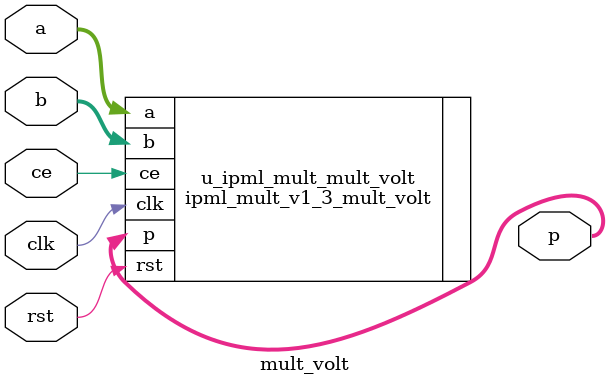
<source format=v>

module mult_volt
(
     ce  ,
     rst ,
     clk ,
     a   ,
     b   ,
     p
);



localparam ASIZE = 18 ; //@IPC int 2,72

localparam BSIZE = 18 ; //@IPC int 2,72

localparam A_SIGNED = 1 ; //@IPC enum 0,1

localparam B_SIGNED = 1 ; //@IPC enum 0,1

localparam ASYNC_RST = 1 ; //@IPC enum 0,1

localparam OPTIMAL_TIMING = 0 ; //@IPC enum 0,1

localparam INREG_EN = 0 ; //@IPC enum 0,1

localparam PIPEREG_EN_1 = 1 ; //@IPC enum 0,1

localparam PIPEREG_EN_2 = 1 ; //@IPC enum 0,1

localparam PIPEREG_EN_3 = 1 ; //@IPC enum 0,1

localparam OUTREG_EN = 0 ; //@IPC enum 0,1

//tmp variable for ipc purpose

localparam PIPE_STATUS = 3 ; //@IPC enum 0,1,2,3,4,5

localparam ASYNC_RST_BOOL = 1 ; //@IPC bool

localparam OPTIMAL_TIMING_BOOL = 0 ; //@IPC bool

//end of tmp variable
localparam  GRS_EN       = "FALSE"         ;

localparam  PSIZE = ASIZE + BSIZE          ;

input                 ce  ;
input                 rst ;
input                 clk ;
input  [ASIZE-1:0]    a   ;
input  [BSIZE-1:0]    b   ;
output [PSIZE-1:0]    p   ;

ipml_mult_v1_3_mult_volt
    #(
    .ASIZE           ( ASIZE            ),
    .BSIZE           ( BSIZE            ),
    .OPTIMAL_TIMING  ( OPTIMAL_TIMING   ),
    .INREG_EN        ( INREG_EN         ),
    .PIPEREG_EN_1    ( PIPEREG_EN_1     ),
    .PIPEREG_EN_2    ( PIPEREG_EN_2     ),
    .PIPEREG_EN_3    ( PIPEREG_EN_3     ),
    .OUTREG_EN       ( OUTREG_EN        ),
    .GRS_EN          ( GRS_EN           ),
    .A_SIGNED        ( A_SIGNED         ),
    .B_SIGNED        ( B_SIGNED         ),
    .ASYNC_RST       ( ASYNC_RST        )
    )u_ipml_mult_mult_volt
    (
    .ce              ( ce     ),
    .rst             ( rst    ),
    .clk             ( clk    ),
    .a               ( a      ),
    .b               ( b      ),
    .p               ( p      )
    );

endmodule


</source>
